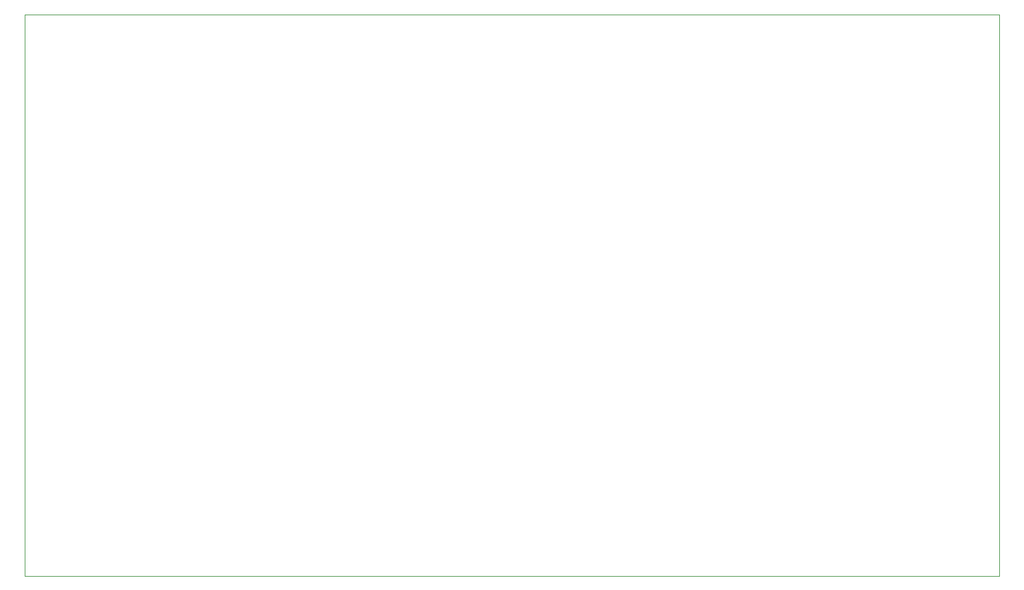
<source format=gbr>
G04 #@! TF.GenerationSoftware,KiCad,Pcbnew,8.0.5*
G04 #@! TF.CreationDate,2024-10-14T22:09:34+02:00*
G04 #@! TF.ProjectId,Exchange_ProofOfConcept,45786368-616e-4676-955f-50726f6f664f,1.0*
G04 #@! TF.SameCoordinates,Original*
G04 #@! TF.FileFunction,Profile,NP*
%FSLAX46Y46*%
G04 Gerber Fmt 4.6, Leading zero omitted, Abs format (unit mm)*
G04 Created by KiCad (PCBNEW 8.0.5) date 2024-10-14 22:09:34*
%MOMM*%
%LPD*%
G01*
G04 APERTURE LIST*
G04 #@! TA.AperFunction,Profile*
%ADD10C,0.050000*%
G04 #@! TD*
G04 APERTURE END LIST*
D10*
X76200000Y-50800000D02*
X206280000Y-50800000D01*
X206280000Y-125730000D01*
X76200000Y-125730000D01*
X76200000Y-50800000D01*
M02*

</source>
